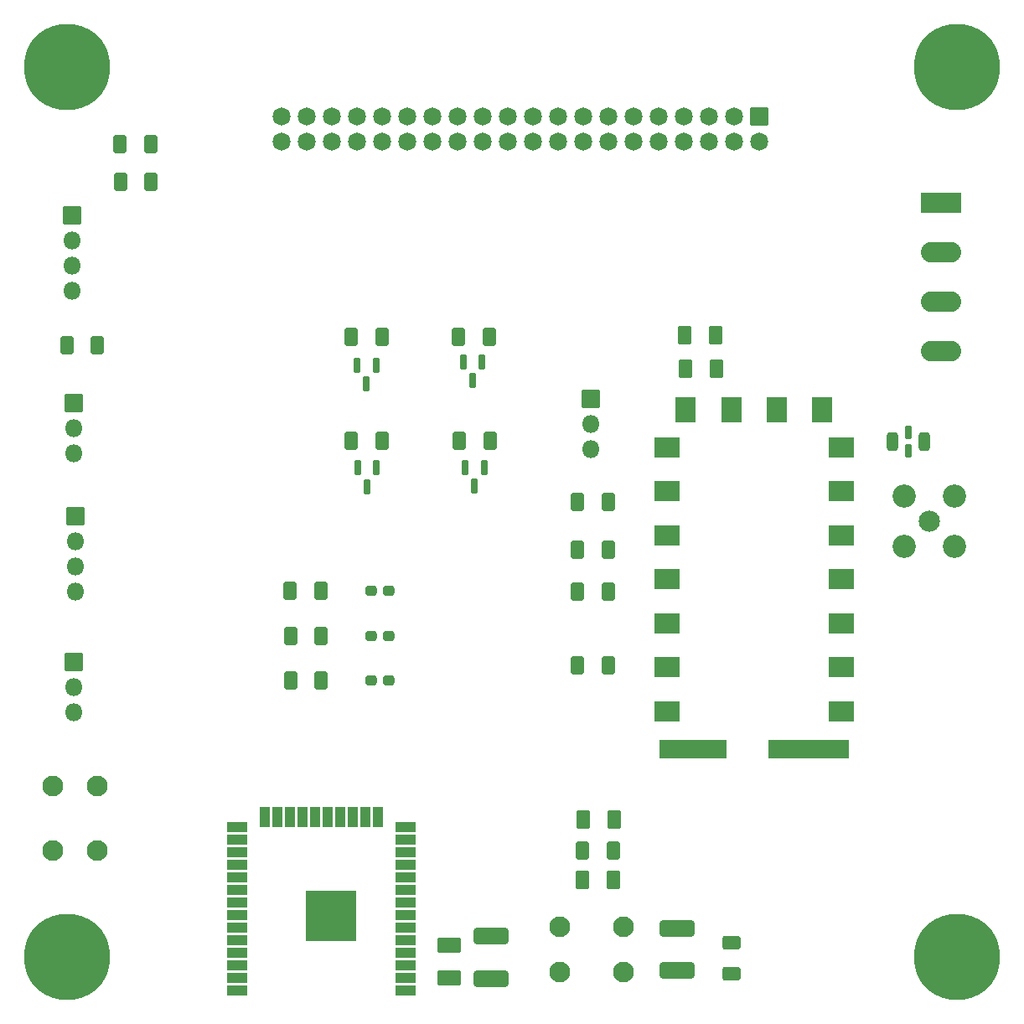
<source format=gbr>
%TF.GenerationSoftware,KiCad,Pcbnew,6.0.8-f2edbf62ab~116~ubuntu22.04.1*%
%TF.CreationDate,2022-10-21T16:06:30-07:00*%
%TF.ProjectId,aprs-esp32,61707273-2d65-4737-9033-322e6b696361,v1.0.0*%
%TF.SameCoordinates,Original*%
%TF.FileFunction,Soldermask,Top*%
%TF.FilePolarity,Negative*%
%FSLAX46Y46*%
G04 Gerber Fmt 4.6, Leading zero omitted, Abs format (unit mm)*
G04 Created by KiCad (PCBNEW 6.0.8-f2edbf62ab~116~ubuntu22.04.1) date 2022-10-21 16:06:30*
%MOMM*%
%LPD*%
G01*
G04 APERTURE LIST*
G04 Aperture macros list*
%AMRoundRect*
0 Rectangle with rounded corners*
0 $1 Rounding radius*
0 $2 $3 $4 $5 $6 $7 $8 $9 X,Y pos of 4 corners*
0 Add a 4 corners polygon primitive as box body*
4,1,4,$2,$3,$4,$5,$6,$7,$8,$9,$2,$3,0*
0 Add four circle primitives for the rounded corners*
1,1,$1+$1,$2,$3*
1,1,$1+$1,$4,$5*
1,1,$1+$1,$6,$7*
1,1,$1+$1,$8,$9*
0 Add four rect primitives between the rounded corners*
20,1,$1+$1,$2,$3,$4,$5,0*
20,1,$1+$1,$4,$5,$6,$7,0*
20,1,$1+$1,$6,$7,$8,$9,0*
20,1,$1+$1,$8,$9,$2,$3,0*%
G04 Aperture macros list end*
%ADD10C,2.100000*%
%ADD11RoundRect,0.300000X0.400000X0.625000X-0.400000X0.625000X-0.400000X-0.625000X0.400000X-0.625000X0*%
%ADD12RoundRect,0.300000X-0.412500X-0.650000X0.412500X-0.650000X0.412500X0.650000X-0.412500X0.650000X0*%
%ADD13RoundRect,0.300000X1.450000X-0.537500X1.450000X0.537500X-1.450000X0.537500X-1.450000X-0.537500X0*%
%ADD14RoundRect,0.287500X-0.287500X-0.237500X0.287500X-0.237500X0.287500X0.237500X-0.287500X0.237500X0*%
%ADD15RoundRect,0.200000X-0.150000X0.587500X-0.150000X-0.587500X0.150000X-0.587500X0.150000X0.587500X0*%
%ADD16C,2.150000*%
%ADD17C,2.350000*%
%ADD18RoundRect,0.050000X-0.850000X-0.850000X0.850000X-0.850000X0.850000X0.850000X-0.850000X0.850000X0*%
%ADD19O,1.800000X1.800000*%
%ADD20RoundRect,0.050000X-1.980000X0.990000X-1.980000X-0.990000X1.980000X-0.990000X1.980000X0.990000X0*%
%ADD21O,4.060000X2.080000*%
%ADD22C,1.000000*%
%ADD23C,8.700000*%
%ADD24RoundRect,0.050000X1.235000X0.940000X-1.235000X0.940000X-1.235000X-0.940000X1.235000X-0.940000X0*%
%ADD25RoundRect,0.050000X0.940000X-1.235000X0.940000X1.235000X-0.940000X1.235000X-0.940000X-1.235000X0*%
%ADD26RoundRect,0.050000X-1.235000X-0.940000X1.235000X-0.940000X1.235000X0.940000X-1.235000X0.940000X0*%
%ADD27RoundRect,0.050000X3.300000X0.900000X-3.300000X0.900000X-3.300000X-0.900000X3.300000X-0.900000X0*%
%ADD28RoundRect,0.050000X4.000000X0.900000X-4.000000X0.900000X-4.000000X-0.900000X4.000000X-0.900000X0*%
%ADD29RoundRect,0.299600X-0.270400X-0.650400X0.270400X-0.650400X0.270400X0.650400X-0.270400X0.650400X0*%
%ADD30C,0.710000*%
%ADD31RoundRect,0.202500X-0.152500X-0.470000X0.152500X-0.470000X0.152500X0.470000X-0.152500X0.470000X0*%
%ADD32RoundRect,0.300001X0.924999X-0.499999X0.924999X0.499999X-0.924999X0.499999X-0.924999X-0.499999X0*%
%ADD33RoundRect,0.050000X1.000000X0.450000X-1.000000X0.450000X-1.000000X-0.450000X1.000000X-0.450000X0*%
%ADD34RoundRect,0.050000X-0.450000X1.000000X-0.450000X-1.000000X0.450000X-1.000000X0.450000X1.000000X0*%
%ADD35RoundRect,0.050000X2.500000X2.500000X-2.500000X2.500000X-2.500000X-2.500000X2.500000X-2.500000X0*%
%ADD36RoundRect,0.300000X0.412500X0.650000X-0.412500X0.650000X-0.412500X-0.650000X0.412500X-0.650000X0*%
%ADD37RoundRect,0.300000X-0.625000X0.400000X-0.625000X-0.400000X0.625000X-0.400000X0.625000X0.400000X0*%
%ADD38RoundRect,0.300000X-0.400000X-0.625000X0.400000X-0.625000X0.400000X0.625000X-0.400000X0.625000X0*%
%ADD39RoundRect,0.050000X0.862500X0.862500X-0.862500X0.862500X-0.862500X-0.862500X0.862500X-0.862500X0*%
%ADD40C,1.825000*%
G04 APERTURE END LIST*
D10*
%TO.C,SW2*%
X23565000Y-104215000D03*
X23565000Y-97715000D03*
X28065000Y-104215000D03*
X28065000Y-97715000D03*
%TD*%
D11*
%TO.C,R4*%
X56835000Y-62815000D03*
X53735000Y-62815000D03*
%TD*%
D12*
%TO.C,C2*%
X87555000Y-55485000D03*
X90680000Y-55485000D03*
%TD*%
D11*
%TO.C,R10*%
X67775000Y-62775000D03*
X64675000Y-62775000D03*
%TD*%
%TO.C,R3*%
X56845000Y-52285000D03*
X53745000Y-52285000D03*
%TD*%
D13*
%TO.C,C3*%
X86679587Y-116330713D03*
X86679587Y-112055713D03*
%TD*%
D14*
%TO.C,D1*%
X55810000Y-87055000D03*
X57560000Y-87055000D03*
%TD*%
D15*
%TO.C,Q4*%
X67175000Y-65532500D03*
X65275000Y-65532500D03*
X66225000Y-67407500D03*
%TD*%
D16*
%TO.C,J7*%
X112186370Y-70945645D03*
D17*
X114726370Y-73485645D03*
X109646370Y-73485645D03*
X114726370Y-68405645D03*
X109646370Y-68405645D03*
%TD*%
D11*
%TO.C,R14*%
X50725000Y-87035000D03*
X47625000Y-87035000D03*
%TD*%
D13*
%TO.C,C4*%
X67875000Y-117130000D03*
X67875000Y-112855000D03*
%TD*%
D18*
%TO.C,J1*%
X25885000Y-70455000D03*
D19*
X25885000Y-72995000D03*
X25885000Y-75535000D03*
X25885000Y-78075000D03*
%TD*%
D14*
%TO.C,D2*%
X55760000Y-82515000D03*
X57510000Y-82515000D03*
%TD*%
D12*
%TO.C,C1*%
X87455000Y-52145000D03*
X90580000Y-52145000D03*
%TD*%
D15*
%TO.C,Q1*%
X56285000Y-65547500D03*
X54385000Y-65547500D03*
X55335000Y-67422500D03*
%TD*%
D14*
%TO.C,D3*%
X55760000Y-77945000D03*
X57510000Y-77945000D03*
%TD*%
D20*
%TO.C,J3*%
X113335000Y-38775000D03*
D21*
X113335000Y-43775000D03*
X113335000Y-48775000D03*
X113335000Y-53775000D03*
%TD*%
D11*
%TO.C,R15*%
X50715000Y-82565000D03*
X47615000Y-82565000D03*
%TD*%
D18*
%TO.C,J8*%
X25695000Y-85140000D03*
D19*
X25695000Y-87680000D03*
X25695000Y-90220000D03*
%TD*%
D18*
%TO.C,J6*%
X77940218Y-58596018D03*
D19*
X77940218Y-61136018D03*
X77940218Y-63676018D03*
%TD*%
D18*
%TO.C,J4*%
X25555000Y-39995000D03*
D19*
X25555000Y-42535000D03*
X25555000Y-45075000D03*
X25555000Y-47615000D03*
%TD*%
D15*
%TO.C,Q2*%
X56245000Y-55186500D03*
X54345000Y-55186500D03*
X55295000Y-57061500D03*
%TD*%
D22*
%TO.C,H4*%
X112639581Y-112639581D03*
X114920000Y-118145000D03*
X117200419Y-112639581D03*
X114920000Y-111695000D03*
X117200419Y-117200419D03*
X111695000Y-114920000D03*
X112639581Y-117200419D03*
D23*
X114920000Y-114920000D03*
D22*
X118145000Y-114920000D03*
%TD*%
D24*
%TO.C,U1*%
X85640000Y-90155000D03*
X85640000Y-85705000D03*
X85640000Y-81255000D03*
X85640000Y-76805000D03*
X85640000Y-72355000D03*
X85640000Y-67905000D03*
X85640000Y-63455000D03*
D25*
X87565000Y-59680000D03*
X92165000Y-59680000D03*
X96765000Y-59680000D03*
X101365000Y-59680000D03*
D26*
X103290000Y-63455000D03*
X103290000Y-67905000D03*
D24*
X103290000Y-72355000D03*
X103290000Y-76805000D03*
X103290000Y-81255000D03*
X103290000Y-85705000D03*
X103290000Y-90155000D03*
D27*
X88265000Y-93930000D03*
D28*
X99965000Y-93930000D03*
%TD*%
D29*
%TO.C,FL1*%
X108426659Y-62866266D03*
D30*
X110051659Y-63971266D03*
D31*
X110051659Y-63793766D03*
D29*
X111676659Y-62866266D03*
D30*
X110051659Y-61761266D03*
D31*
X110051659Y-61938766D03*
%TD*%
D18*
%TO.C,J2*%
X25725000Y-58970000D03*
D19*
X25725000Y-61510000D03*
X25725000Y-64050000D03*
%TD*%
D22*
%TO.C,H3*%
X25080000Y-111695000D03*
X28305000Y-114920000D03*
X22799581Y-112639581D03*
X22799581Y-117200419D03*
X27360419Y-117200419D03*
X27360419Y-112639581D03*
X25080000Y-118145000D03*
X21855000Y-114920000D03*
D23*
X25080000Y-114920000D03*
%TD*%
D32*
%TO.C,C5*%
X63655000Y-117040000D03*
X63655000Y-113790000D03*
%TD*%
D33*
%TO.C,U2*%
X59235000Y-118350000D03*
X59235000Y-117080000D03*
X59235000Y-115810000D03*
X59235000Y-114540000D03*
X59235000Y-113270000D03*
X59235000Y-112000000D03*
X59235000Y-110730000D03*
X59235000Y-109460000D03*
X59235000Y-108190000D03*
X59235000Y-106920000D03*
X59235000Y-105650000D03*
X59235000Y-104380000D03*
X59235000Y-103110000D03*
X59235000Y-101840000D03*
D34*
X56450000Y-100840000D03*
X55180000Y-100840000D03*
X53910000Y-100840000D03*
X52640000Y-100840000D03*
X51370000Y-100840000D03*
X50100000Y-100840000D03*
X48830000Y-100840000D03*
X47560000Y-100840000D03*
X46290000Y-100840000D03*
X45020000Y-100840000D03*
D33*
X42235000Y-101840000D03*
X42235000Y-103110000D03*
X42235000Y-104380000D03*
X42235000Y-105650000D03*
X42235000Y-106920000D03*
X42235000Y-108190000D03*
X42235000Y-109460000D03*
X42235000Y-110730000D03*
X42235000Y-112000000D03*
X42235000Y-113270000D03*
X42235000Y-114540000D03*
X42235000Y-115810000D03*
X42235000Y-117080000D03*
X42235000Y-118350000D03*
D35*
X51735000Y-110850000D03*
%TD*%
D11*
%TO.C,R9*%
X80205000Y-104235000D03*
X77105000Y-104235000D03*
%TD*%
%TO.C,R11*%
X79705000Y-73805000D03*
X76605000Y-73805000D03*
%TD*%
D36*
%TO.C,C6*%
X80307500Y-101105000D03*
X77182500Y-101105000D03*
%TD*%
D11*
%TO.C,R16*%
X50675000Y-77955000D03*
X47575000Y-77955000D03*
%TD*%
%TO.C,R13*%
X33535000Y-36625000D03*
X30435000Y-36625000D03*
%TD*%
D37*
%TO.C,R8*%
X92179187Y-113529917D03*
X92179187Y-116629917D03*
%TD*%
D11*
%TO.C,R5*%
X79705000Y-68985000D03*
X76605000Y-68985000D03*
%TD*%
D22*
%TO.C,H2*%
X28305000Y-25080000D03*
X25080000Y-21855000D03*
X22799581Y-22799581D03*
X25080000Y-28305000D03*
X22799581Y-27360419D03*
X27360419Y-27360419D03*
X21855000Y-25080000D03*
D23*
X25080000Y-25080000D03*
D22*
X27360419Y-22799581D03*
%TD*%
D38*
%TO.C,R1*%
X25025000Y-53125000D03*
X28125000Y-53125000D03*
%TD*%
D15*
%TO.C,Q3*%
X66975000Y-54827500D03*
X65075000Y-54827500D03*
X66025000Y-56702500D03*
%TD*%
D22*
%TO.C,H1*%
X112639581Y-22799581D03*
X112639581Y-27360419D03*
X114920000Y-21855000D03*
X117200419Y-22799581D03*
X114920000Y-28305000D03*
X117200419Y-27360419D03*
D23*
X114920000Y-25080000D03*
D22*
X111695000Y-25080000D03*
X118145000Y-25080000D03*
%TD*%
D39*
%TO.C,J5*%
X95000000Y-30000000D03*
D40*
X95000000Y-32540000D03*
X92460000Y-30000000D03*
X92460000Y-32540000D03*
X89920000Y-30000000D03*
X89920000Y-32540000D03*
X87380000Y-30000000D03*
X87380000Y-32540000D03*
X84840000Y-30000000D03*
X84840000Y-32540000D03*
X82300000Y-30000000D03*
X82300000Y-32540000D03*
X79760000Y-30000000D03*
X79760000Y-32540000D03*
X77220000Y-30000000D03*
X77220000Y-32540000D03*
X74680000Y-30000000D03*
X74680000Y-32540000D03*
X72140000Y-30000000D03*
X72140000Y-32540000D03*
X69600000Y-30000000D03*
X69600000Y-32540000D03*
X67060000Y-30000000D03*
X67060000Y-32540000D03*
X64520000Y-30000000D03*
X64520000Y-32540000D03*
X61980000Y-30000000D03*
X61980000Y-32540000D03*
X59440000Y-30000000D03*
X59440000Y-32540000D03*
X56900000Y-30000000D03*
X56900000Y-32540000D03*
X54360000Y-30000000D03*
X54360000Y-32540000D03*
X51820000Y-30000000D03*
X51820000Y-32540000D03*
X49280000Y-30000000D03*
X49280000Y-32540000D03*
X46740000Y-30000000D03*
X46740000Y-32540000D03*
%TD*%
D11*
%TO.C,R6*%
X79705000Y-78015000D03*
X76605000Y-78015000D03*
%TD*%
D36*
%TO.C,C7*%
X80243050Y-107175205D03*
X77118050Y-107175205D03*
%TD*%
D11*
%TO.C,R7*%
X79705000Y-85525000D03*
X76605000Y-85525000D03*
%TD*%
%TO.C,R2*%
X67695000Y-52305000D03*
X64595000Y-52305000D03*
%TD*%
%TO.C,R12*%
X33495000Y-32825000D03*
X30395000Y-32825000D03*
%TD*%
D10*
%TO.C,SW1*%
X81299009Y-111952171D03*
X74799009Y-111952171D03*
X74799009Y-116452171D03*
X81299009Y-116452171D03*
%TD*%
M02*

</source>
